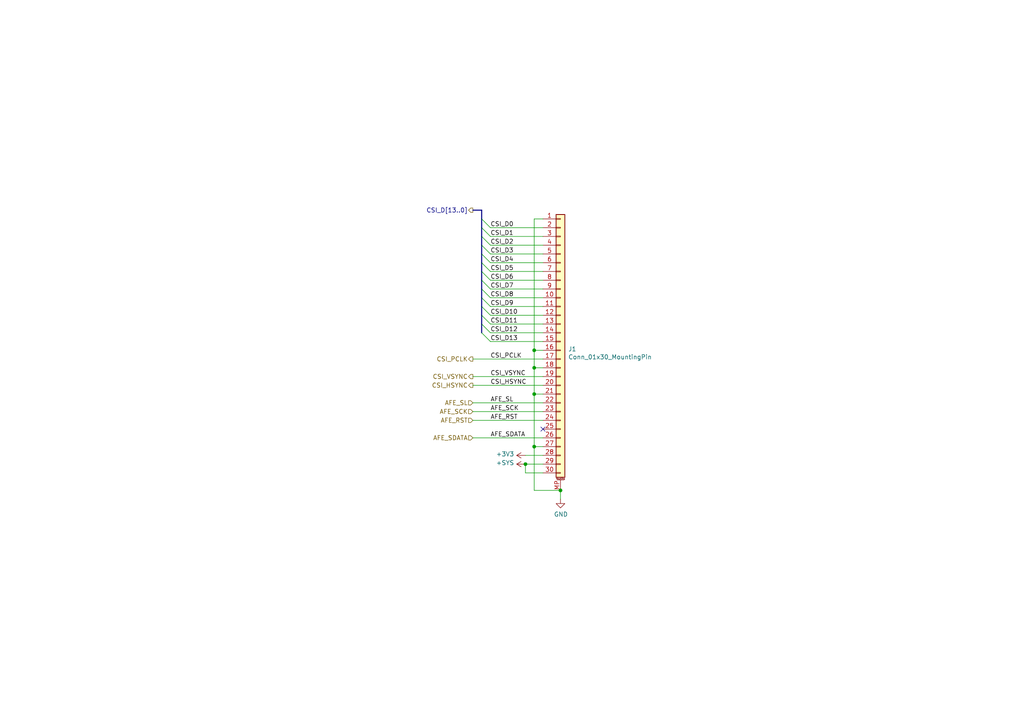
<source format=kicad_sch>
(kicad_sch (version 20211123) (generator eeschema)
  (paper "A4")
  (title_block (title "SitinaNe") (rev "R0.2") (company "Wenting"))
  (lib_symbols
    (symbol "Connector_Generic_MountingPin:Conn_01x30_MountingPin" (pin_names (offset 1.016) hide)
      (property "Reference" "J" (at 0 38.1 0))
      (property "Value" "Conn_01x30_MountingPin" (at 1.27 -40.64 0))
      (symbol "Conn_01x30_MountingPin_1_1"
        (rectangle (start -1.27 -37.973) (end 0 -38.227) (stroke (width 0.1524)))
        (rectangle (start -1.27 -35.433) (end 0 -35.687) (stroke (width 0.1524)))
        (rectangle (start -1.27 -32.893) (end 0 -33.147) (stroke (width 0.1524)))
        (rectangle (start -1.27 -30.353) (end 0 -30.607) (stroke (width 0.1524)))
        (rectangle (start -1.27 -27.813) (end 0 -28.067) (stroke (width 0.1524)))
        (rectangle (start -1.27 -25.273) (end 0 -25.527) (stroke (width 0.1524)))
        (rectangle (start -1.27 -22.733) (end 0 -22.987) (stroke (width 0.1524)))
        (rectangle (start -1.27 -20.193) (end 0 -20.447) (stroke (width 0.1524)))
        (rectangle (start -1.27 -17.653) (end 0 -17.907) (stroke (width 0.1524)))
        (rectangle (start -1.27 -15.113) (end 0 -15.367) (stroke (width 0.1524)))
        (rectangle (start -1.27 -12.573) (end 0 -12.827) (stroke (width 0.1524)))
        (rectangle (start -1.27 -10.033) (end 0 -10.287) (stroke (width 0.1524)))
        (rectangle (start -1.27 -7.493) (end 0 -7.747) (stroke (width 0.1524)))
        (rectangle (start -1.27 -4.953) (end 0 -5.207) (stroke (width 0.1524)))
        (rectangle (start -1.27 -2.413) (end 0 -2.667) (stroke (width 0.1524)))
        (rectangle (start -1.27 0.127) (end 0 -0.127) (stroke (width 0.1524)))
        (rectangle (start -1.27 2.667) (end 0 2.413) (stroke (width 0.1524)))
        (rectangle (start -1.27 5.207) (end 0 4.953) (stroke (width 0.1524)))
        (rectangle (start -1.27 7.747) (end 0 7.493) (stroke (width 0.1524)))
        (rectangle (start -1.27 10.287) (end 0 10.033) (stroke (width 0.1524)))
        (rectangle (start -1.27 12.827) (end 0 12.573) (stroke (width 0.1524)))
        (rectangle (start -1.27 15.367) (end 0 15.113) (stroke (width 0.1524)))
        (rectangle (start -1.27 17.907) (end 0 17.653) (stroke (width 0.1524)))
        (rectangle (start -1.27 20.447) (end 0 20.193) (stroke (width 0.1524)))
        (rectangle (start -1.27 22.987) (end 0 22.733) (stroke (width 0.1524)))
        (rectangle (start -1.27 25.527) (end 0 25.273) (stroke (width 0.1524)))
        (rectangle (start -1.27 28.067) (end 0 27.813) (stroke (width 0.1524)))
        (rectangle (start -1.27 30.607) (end 0 30.353) (stroke (width 0.1524)))
        (rectangle (start -1.27 33.147) (end 0 32.893) (stroke (width 0.1524)))
        (rectangle (start -1.27 35.687) (end 0 35.433) (stroke (width 0.1524)))
        (rectangle (start -1.27 36.83) (end 1.27 -39.37) (stroke (width 0.254)) (fill (type background)))
        (polyline (pts (xy -1.016 -40.132) (xy 1.016 -40.132)) (stroke (width 0.1524)))
        (text "Mounting" (at 0 -39.751 0) (effects (font (size 0.381 0.381))))
        (pin passive line (at -5.08 35.56 0) (length 3.81) (name "Pin_1") (number "1"))
        (pin passive line (at -5.08 12.7 0) (length 3.81) (name "Pin_10") (number "10"))
        (pin passive line (at -5.08 10.16 0) (length 3.81) (name "Pin_11") (number "11"))
        (pin passive line (at -5.08 7.62 0) (length 3.81) (name "Pin_12") (number "12"))
        (pin passive line (at -5.08 5.08 0) (length 3.81) (name "Pin_13") (number "13"))
        (pin passive line (at -5.08 2.54 0) (length 3.81) (name "Pin_14") (number "14"))
        (pin passive line (at -5.08 0 0) (length 3.81) (name "Pin_15") (number "15"))
        (pin passive line (at -5.08 -2.54 0) (length 3.81) (name "Pin_16") (number "16"))
        (pin passive line (at -5.08 -5.08 0) (length 3.81) (name "Pin_17") (number "17"))
        (pin passive line (at -5.08 -7.62 0) (length 3.81) (name "Pin_18") (number "18"))
        (pin passive line (at -5.08 -10.16 0) (length 3.81) (name "Pin_19") (number "19"))
        (pin passive line (at -5.08 33.02 0) (length 3.81) (name "Pin_2") (number "2"))
        (pin passive line (at -5.08 -12.7 0) (length 3.81) (name "Pin_20") (number "20"))
        (pin passive line (at -5.08 -15.24 0) (length 3.81) (name "Pin_21") (number "21"))
        (pin passive line (at -5.08 -17.78 0) (length 3.81) (name "Pin_22") (number "22"))
        (pin passive line (at -5.08 -20.32 0) (length 3.81) (name "Pin_23") (number "23"))
        (pin passive line (at -5.08 -22.86 0) (length 3.81) (name "Pin_24") (number "24"))
        (pin passive line (at -5.08 -25.4 0) (length 3.81) (name "Pin_25") (number "25"))
        (pin passive line (at -5.08 -27.94 0) (length 3.81) (name "Pin_26") (number "26"))
        (pin passive line (at -5.08 -30.48 0) (length 3.81) (name "Pin_27") (number "27"))
        (pin passive line (at -5.08 -33.02 0) (length 3.81) (name "Pin_28") (number "28"))
        (pin passive line (at -5.08 -35.56 0) (length 3.81) (name "Pin_29") (number "29"))
        (pin passive line (at -5.08 30.48 0) (length 3.81) (name "Pin_3") (number "3"))
        (pin passive line (at -5.08 -38.1 0) (length 3.81) (name "Pin_30") (number "30"))
        (pin passive line (at -5.08 27.94 0) (length 3.81) (name "Pin_4") (number "4"))
        (pin passive line (at -5.08 25.4 0) (length 3.81) (name "Pin_5") (number "5"))
        (pin passive line (at -5.08 22.86 0) (length 3.81) (name "Pin_6") (number "6"))
        (pin passive line (at -5.08 20.32 0) (length 3.81) (name "Pin_7") (number "7"))
        (pin passive line (at -5.08 17.78 0) (length 3.81) (name "Pin_8") (number "8"))
        (pin passive line (at -5.08 15.24 0) (length 3.81) (name "Pin_9") (number "9"))
        (pin passive line (at 0 -43.18 90) (length 3.048) (name "MountPin") (number "MP"))
      )
    )
    (symbol "Sitina:+SYS" (power) (pin_names (offset 0))
      (property "Value" "+SYS" (at 0 3.556 0))
      (symbol "+SYS_0_1"
        (polyline (pts (xy -0.762 1.27) (xy 0 2.54)))
        (polyline (pts (xy 0 0) (xy 0 2.54)))
        (polyline (pts (xy 0 2.54) (xy 0.762 1.27)))
      )
      (symbol "+SYS_1_1"
        (pin power_in line (at 0 0 90) (length 0) hide (name "+SYS") (number "1"))
      )
    )
    (symbol "power:+3V3" (power) (pin_names (offset 0))
      (property "Value" "+3V3" (at 0 3.556 0))
      (symbol "+3V3_0_1"
        (polyline (pts (xy -0.762 1.27) (xy 0 2.54)))
        (polyline (pts (xy 0 0) (xy 0 2.54)))
        (polyline (pts (xy 0 2.54) (xy 0.762 1.27)))
      )
      (symbol "+3V3_1_1"
        (pin power_in line (at 0 0 90) (length 0) hide (name "+3V3") (number "1"))
      )
    )
    (symbol "power:GND" (power) (pin_names (offset 0))
      (property "Value" "GND" (at 0 -3.81 0))
      (symbol "GND_0_1"
        (polyline (pts (xy 0 0) (xy 0 -1.27) (xy 1.27 -1.27) (xy 0 -2.54) (xy -1.27 -1.27) (xy 0 -1.27)))
      )
      (symbol "GND_1_1"
        (pin power_in line (at 0 0 270) (length 0) hide (name "GND") (number "1"))
      )
    )
  )
  (junction (at 162.56 142.24) (diameter 0.9144))
  (junction (at 154.94 106.68))
  (junction (at 154.94 129.54) (diameter 0.9144))
  (junction (at 154.94 114.3))
  (junction (at 154.94 101.6) (diameter 0.9144))
  (junction (at 152.4 134.62) (diameter 0.9144))
  (no_connect (at 157.48 124.46))
  (bus_entry (at 139.7 88.9) (size 2.54 2.54) (stroke (width 0.1524)))
  (bus_entry (at 139.7 66.04) (size 2.54 2.54) (stroke (width 0.1524)))
  (bus_entry (at 139.7 81.28) (size 2.54 2.54) (stroke (width 0.1524)))
  (bus_entry (at 139.7 78.74) (size 2.54 2.54) (stroke (width 0.1524)))
  (bus_entry (at 139.7 63.5) (size 2.54 2.54) (stroke (width 0.1524)))
  (bus_entry (at 139.7 76.2) (size 2.54 2.54) (stroke (width 0.1524)))
  (bus_entry (at 139.7 96.52) (size 2.54 2.54) (stroke (width 0.1524)))
  (bus_entry (at 139.7 68.58) (size 2.54 2.54) (stroke (width 0.1524)))
  (bus_entry (at 139.7 83.82) (size 2.54 2.54) (stroke (width 0.1524)))
  (bus_entry (at 139.7 71.12) (size 2.54 2.54) (stroke (width 0.1524)))
  (bus_entry (at 139.7 91.44) (size 2.54 2.54) (stroke (width 0.1524)))
  (bus_entry (at 139.7 73.66) (size 2.54 2.54) (stroke (width 0.1524)))
  (bus_entry (at 139.7 86.36) (size 2.54 2.54) (stroke (width 0.1524)))
  (bus_entry (at 139.7 93.98) (size 2.54 2.54) (stroke (width 0.1524)))
  (bus (pts (xy 139.7 60.96) (xy 137.16 60.96)))
  (wire (pts (xy 142.24 86.36) (xy 157.48 86.36)))
  (bus (pts (xy 139.7 60.96) (xy 139.7 63.5)))
  (bus (pts (xy 139.7 63.5) (xy 139.7 66.04)))
  (bus (pts (xy 139.7 66.04) (xy 139.7 68.58)))
  (bus (pts (xy 139.7 68.58) (xy 139.7 71.12)))
  (bus (pts (xy 139.7 76.2) (xy 139.7 78.74)))
  (bus (pts (xy 139.7 78.74) (xy 139.7 81.28)))
  (bus (pts (xy 139.7 81.28) (xy 139.7 83.82)))
  (bus (pts (xy 139.7 83.82) (xy 139.7 86.36)))
  (bus (pts (xy 139.7 86.36) (xy 139.7 88.9)))
  (bus (pts (xy 139.7 88.9) (xy 139.7 91.44)))
  (bus (pts (xy 139.7 91.44) (xy 139.7 93.98)))
  (bus (pts (xy 139.7 93.98) (xy 139.7 96.52)))
  (bus (pts (xy 139.7 71.12) (xy 139.7 73.66)))
  (bus (pts (xy 139.7 73.66) (xy 139.7 76.2)))
  (wire (pts (xy 142.24 73.66) (xy 157.48 73.66)))
  (wire (pts (xy 152.4 134.62) (xy 157.48 134.62)))
  (wire (pts (xy 137.16 104.14) (xy 157.48 104.14)))
  (wire (pts (xy 154.94 142.24) (xy 162.56 142.24)))
  (wire (pts (xy 154.94 114.3) (xy 157.48 114.3)))
  (wire (pts (xy 154.94 129.54) (xy 154.94 142.24)))
  (wire (pts (xy 137.16 111.76) (xy 157.48 111.76)))
  (wire (pts (xy 162.56 144.78) (xy 162.56 142.24)))
  (wire (pts (xy 142.24 83.82) (xy 157.48 83.82)))
  (wire (pts (xy 157.48 101.6) (xy 154.94 101.6)))
  (wire (pts (xy 142.24 91.44) (xy 157.48 91.44)))
  (wire (pts (xy 137.16 121.92) (xy 157.48 121.92)))
  (wire (pts (xy 142.24 76.2) (xy 157.48 76.2)))
  (wire (pts (xy 137.16 109.22) (xy 157.48 109.22)))
  (wire (pts (xy 142.24 66.04) (xy 157.48 66.04)))
  (wire (pts (xy 154.94 106.68) (xy 157.48 106.68)))
  (wire (pts (xy 142.24 88.9) (xy 157.48 88.9)))
  (wire (pts (xy 137.16 127) (xy 157.48 127)))
  (wire (pts (xy 142.24 71.12) (xy 157.48 71.12)))
  (wire (pts (xy 152.4 137.16) (xy 152.4 134.62)))
  (wire (pts (xy 142.24 78.74) (xy 157.48 78.74)))
  (wire (pts (xy 142.24 68.58) (xy 157.48 68.58)))
  (wire (pts (xy 142.24 93.98) (xy 157.48 93.98)))
  (wire (pts (xy 154.94 63.5) (xy 154.94 101.6)))
  (wire (pts (xy 142.24 99.06) (xy 157.48 99.06)))
  (wire (pts (xy 157.48 129.54) (xy 154.94 129.54)))
  (wire (pts (xy 137.16 119.38) (xy 157.48 119.38)))
  (wire (pts (xy 157.48 63.5) (xy 154.94 63.5)))
  (wire (pts (xy 154.94 114.3) (xy 154.94 129.54)))
  (wire (pts (xy 154.94 106.68) (xy 154.94 114.3)))
  (wire (pts (xy 154.94 101.6) (xy 154.94 106.68)))
  (wire (pts (xy 157.48 137.16) (xy 152.4 137.16)))
  (wire (pts (xy 137.16 116.84) (xy 157.48 116.84)))
  (wire (pts (xy 142.24 81.28) (xy 157.48 81.28)))
  (wire (pts (xy 152.4 132.08) (xy 157.48 132.08)))
  (wire (pts (xy 142.24 96.52) (xy 157.48 96.52)))
  (label "CSI_D5" (at 142.24 78.74 0))
  (label "CSI_D10" (at 142.24 91.44 0))
  (label "CSI_D12" (at 142.24 96.52 0))
  (label "CSI_D13" (at 142.24 99.06 0))
  (label "CSI_D9" (at 142.24 88.9 0))
  (label "CSI_D3" (at 142.24 73.66 0))
  (label "CSI_VSYNC" (at 142.24 109.22 0))
  (label "AFE_SCK" (at 142.24 119.38 0))
  (label "AFE_RST" (at 142.24 121.92 0))
  (label "CSI_D7" (at 142.24 83.82 0))
  (label "CSI_PCLK" (at 142.24 104.14 0))
  (label "CSI_D4" (at 142.24 76.2 0))
  (label "CSI_D0" (at 142.24 66.04 0))
  (label "CSI_D2" (at 142.24 71.12 0))
  (label "CSI_D1" (at 142.24 68.58 0))
  (label "CSI_D11" (at 142.24 93.98 0))
  (label "CSI_D8" (at 142.24 86.36 0))
  (label "AFE_SL" (at 142.24 116.84 0))
  (label "CSI_D6" (at 142.24 81.28 0))
  (label "AFE_SDATA" (at 142.24 127 0))
  (label "CSI_HSYNC" (at 142.24 111.76 0))
  (hierarchical_label "AFE_SDATA" (shape input) (at 137.16 127 180))
  (hierarchical_label "CSI_VSYNC" (shape output) (at 137.16 109.22 180))
  (hierarchical_label "AFE_SCK" (shape input) (at 137.16 119.38 180))
  (hierarchical_label "CSI_PCLK" (shape output) (at 137.16 104.14 180))
  (hierarchical_label "CSI_D[13..0]" (shape output) (at 137.16 60.96 180))
  (hierarchical_label "AFE_SL" (shape input) (at 137.16 116.84 180))
  (hierarchical_label "CSI_HSYNC" (shape output) (at 137.16 111.76 180))
  (hierarchical_label "AFE_RST" (shape input) (at 137.16 121.92 180))
  (symbol (lib_id "Connector_Generic_MountingPin:Conn_01x30_MountingPin") (at 162.56 99.06 0) (unit 1)
    (property "Reference" "J1" (at 164.7952 101.2444 0) (effects (justify left)))
    (property "Value" "Conn_01x30_MountingPin" (at 164.7952 103.5558 0) (effects (justify left)))
    (property "Footprint" "Connector_FFC-FPC:TE_3-84952-0_1x30-1MP_P1.0mm_Horizontal" (effects hide))
  )
  (symbol (lib_id "power:+3V3") (at 152.4 132.08 90) (unit 1)
    (property "Reference" "#PWR0150" (effects hide))
    (property "Value" "+3V3" (at 149.1488 131.699 90) (effects (justify left)))
  )
  (symbol (lib_id "Sitina:+SYS") (at 152.4 134.62 90) (unit 1)
    (property "Reference" "#PWR0152" (effects hide))
    (property "Value" "+SYS" (at 149.1488 134.239 90) (effects (justify left)))
  )
  (symbol (lib_id "power:GND") (at 162.56 144.78 0) (unit 1)
    (property "Reference" "#PWR0153" (effects hide))
    (property "Value" "GND" (at 162.687 149.1742 0))
  )
)
</source>
